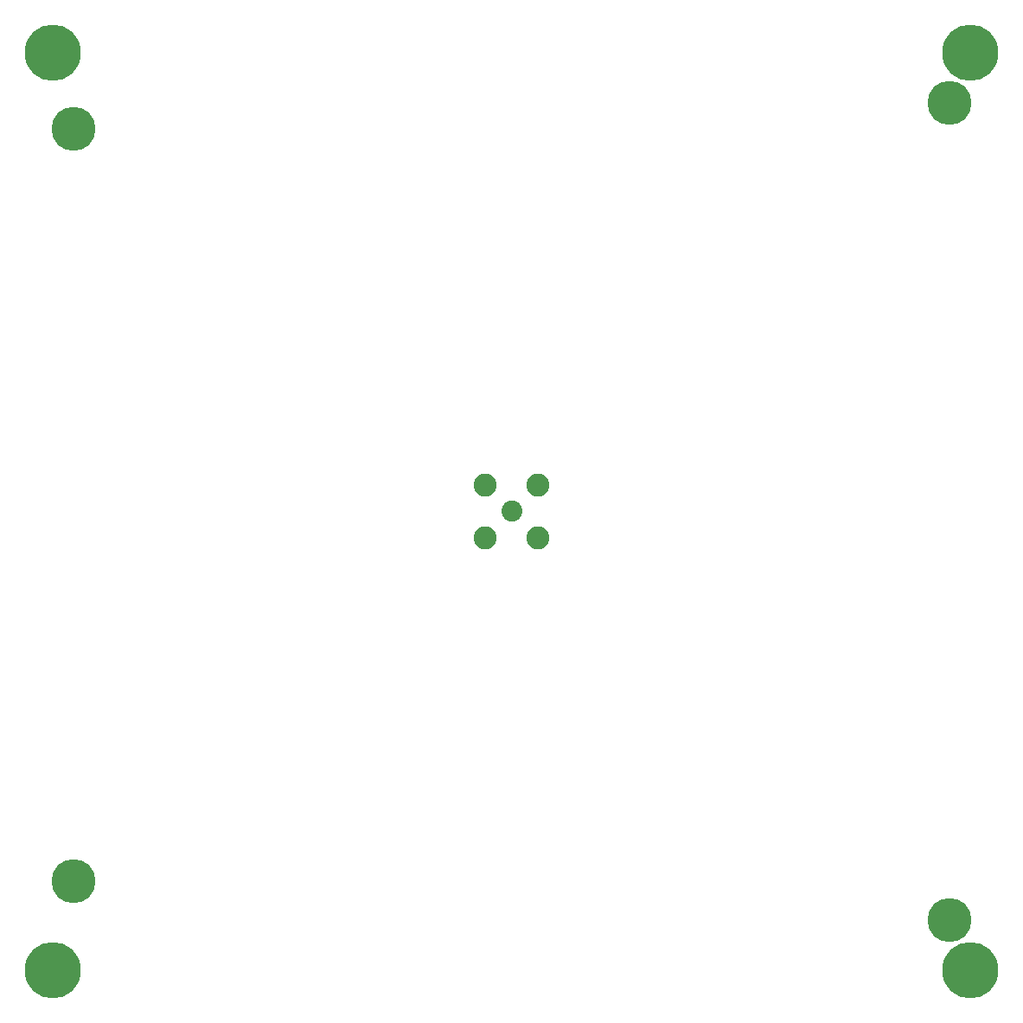
<source format=gts>
G04 #@! TF.GenerationSoftware,KiCad,Pcbnew,(6.0.5-0)*
G04 #@! TF.CreationDate,2022-12-31T05:29:51-05:00*
G04 #@! TF.ProjectId,antenna-pcb,616e7465-6e6e-4612-9d70-63622e6b6963,rev?*
G04 #@! TF.SameCoordinates,Original*
G04 #@! TF.FileFunction,Soldermask,Top*
G04 #@! TF.FilePolarity,Negative*
%FSLAX46Y46*%
G04 Gerber Fmt 4.6, Leading zero omitted, Abs format (unit mm)*
G04 Created by KiCad (PCBNEW (6.0.5-0)) date 2022-12-31 05:29:51*
%MOMM*%
%LPD*%
G01*
G04 APERTURE LIST*
%ADD10C,5.500000*%
%ADD11C,4.300000*%
%ADD12C,2.050000*%
%ADD13C,2.250000*%
G04 APERTURE END LIST*
D10*
G04 #@! TO.C,H4*
X163450000Y-143450000D03*
G04 #@! TD*
D11*
G04 #@! TO.C,H6*
X161364000Y-58495000D03*
G04 #@! TD*
D10*
G04 #@! TO.C,H1*
X73550000Y-53550000D03*
G04 #@! TD*
D11*
G04 #@! TO.C,H8*
X161364000Y-138505000D03*
G04 #@! TD*
G04 #@! TO.C,H7*
X75639000Y-134695000D03*
G04 #@! TD*
G04 #@! TO.C,H5*
X75639000Y-61035000D03*
G04 #@! TD*
D10*
G04 #@! TO.C,H3*
X73550000Y-143450000D03*
G04 #@! TD*
G04 #@! TO.C,H2*
X163450000Y-53550000D03*
G04 #@! TD*
D12*
G04 #@! TO.C,J1*
X118500000Y-98500000D03*
D13*
X115950000Y-95950000D03*
X121050000Y-101050000D03*
X115950000Y-101050000D03*
X121050000Y-95950000D03*
G04 #@! TD*
M02*

</source>
